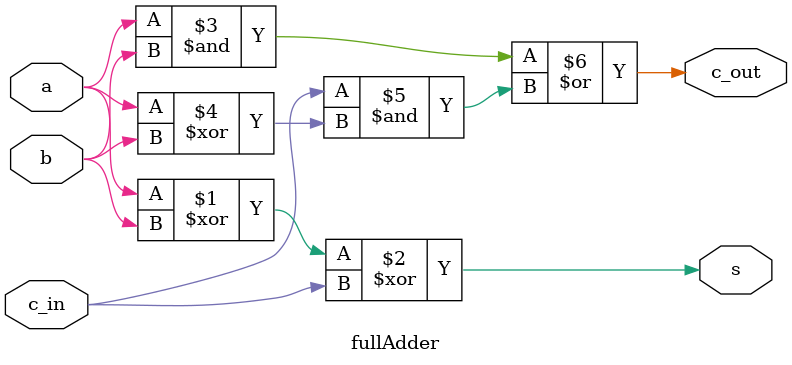
<source format=sv>
module fullAdder (a,b,c_in,s,c_out);
  input a;
  input b;
  input c_in;
  output s;
  output c_out;
  assign s=a^b^c_in;
  assign c_out=(a & b)|(c_in & (a^b));
endmodule // fullAdder

</source>
